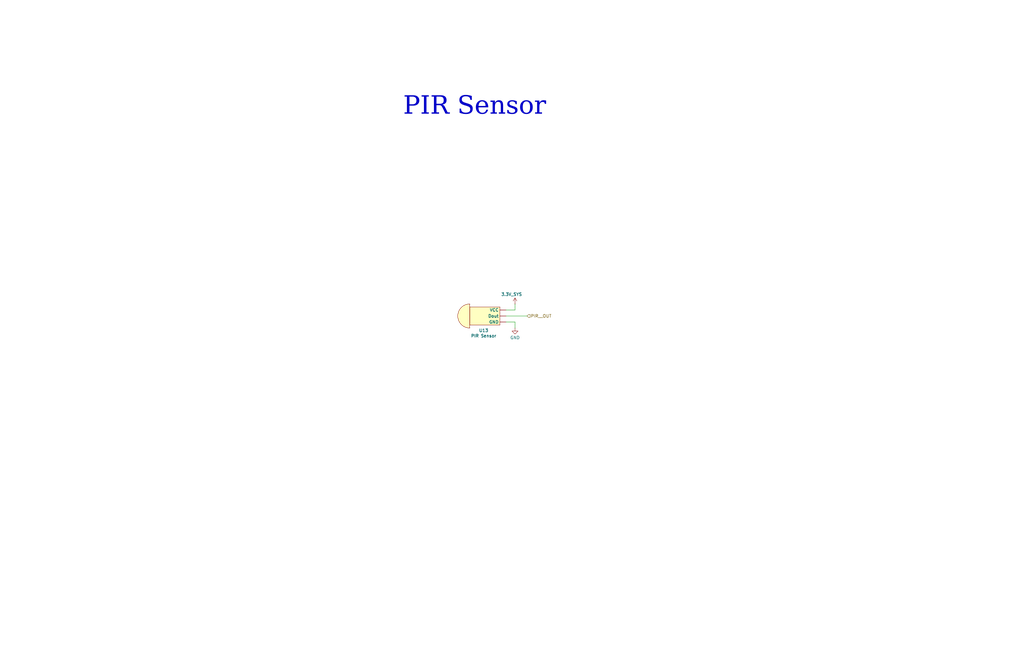
<source format=kicad_sch>
(kicad_sch (version 20231120) (generator "eeschema") (generator_version "8.0")
  (paper "B")
  (lib_symbols
    (symbol "Senior-Design-Custom-Symbols:PIR_Sensor"
      (property "Reference" "U13" (at 8.89 8.89 90))
      (property "Value" "PIR Sensor" (at -10.16 7.366 90))
      (symbol "PIR_Sensor_0_1"
        (polyline (pts (xy -5.08 12.7) (xy 5.08 12.7)))
      )
      (symbol "PIR_Sensor_1_1"
        (rectangle (start -3.81 12.7) (end 3.81 0) (fill (type background)))
        (arc (start 5.08 12.7) (mid 0 17.78) (end -5.08 12.7) (fill (type background)))
        (pin input line (at 0 -2.54 90) (length 2.54) (name "Dout") (number ""))
        (pin input line (at 2.54 -2.54 90) (length 2.54) (name "GND") (number ""))
        (pin input line (at -2.54 -2.54 90) (length 2.54) (name "VCC") (number ""))
      )
    )
    (symbol "power:+3.3V" (power) (pin_numbers hide) (pin_names (offset 0) hide)
      (property "Value" "+3.3V" (at 0 3.556 0))
      (symbol "+3.3V_0_1"
        (polyline (pts (xy -0.762 1.27) (xy 0 2.54)))
        (polyline (pts (xy 0 0) (xy 0 2.54)))
        (polyline (pts (xy 0 2.54) (xy 0.762 1.27)))
      )
      (symbol "+3.3V_1_1"
        (pin power_in line (at 0 0 90) (length 0) (name "~") (number "1"))
      )
    )
    (symbol "power:GND" (power) (pin_names (offset 0))
      (property "Value" "GND" (at 0 -3.81 0))
      (symbol "GND_0_1"
        (polyline (pts (xy 0 0) (xy 0 -1.27) (xy 1.27 -1.27) (xy 0 -2.54) (xy -1.27 -1.27) (xy 0 -1.27)))
      )
      (symbol "GND_1_1"
        (pin power_in line (at 0 0 270) (length 0) hide (name "GND") (number "1"))
      )
    )
  )
  (wire (pts (xy 213.36 135.89) (xy 217.17 135.89)))
  (wire (pts (xy 213.36 133.35) (xy 222.25 133.35)))
  (wire (pts (xy 213.36 130.81) (xy 217.17 130.81)))
  (wire (pts (xy 217.17 130.81) (xy 217.17 128.27)))
  (wire (pts (xy 217.17 135.89) (xy 217.17 138.43)))
  (text "PIR Sensor" (at 200.152 46.99 0) (effects (font (size 7.62 7.62) (thickness 0.9525))))
  (hierarchical_label "PIR__OUT" (shape input) (at 222.25 133.35 0))
  (symbol (lib_id "power:GND") (at 217.17 138.43 0) (unit 1)
    (property "Reference" "#PWR011" (effects (hide yes)))
    (property "Value" "GND" (at 217.17 142.494 0))
    (property "Description" "Power symbol creates a global label with name \"GND\" , ground" (effects (hide yes)))
  )
  (symbol (lib_id "Senior-Design-Custom-Symbols:PIR_Sensor") (at 210.82 133.35 90) (mirror x) (unit 1)
    (property "Reference" "U13" (at 203.962 139.446 90))
    (property "Value" "PIR Sensor" (at 203.962 141.732 90))
  )
  (symbol (lib_id "power:+3.3V") (at 217.17 128.27 0) (unit 1)
    (property "Reference" "#PWR013" (effects (hide yes)))
    (property "Value" "3.3V_SYS" (at 211.328 124.206 0) (effects (justify left)))
    (property "Description" "Power symbol creates a global label with name \"+3.3V\"" (effects (hide yes)))
  )
)
</source>
